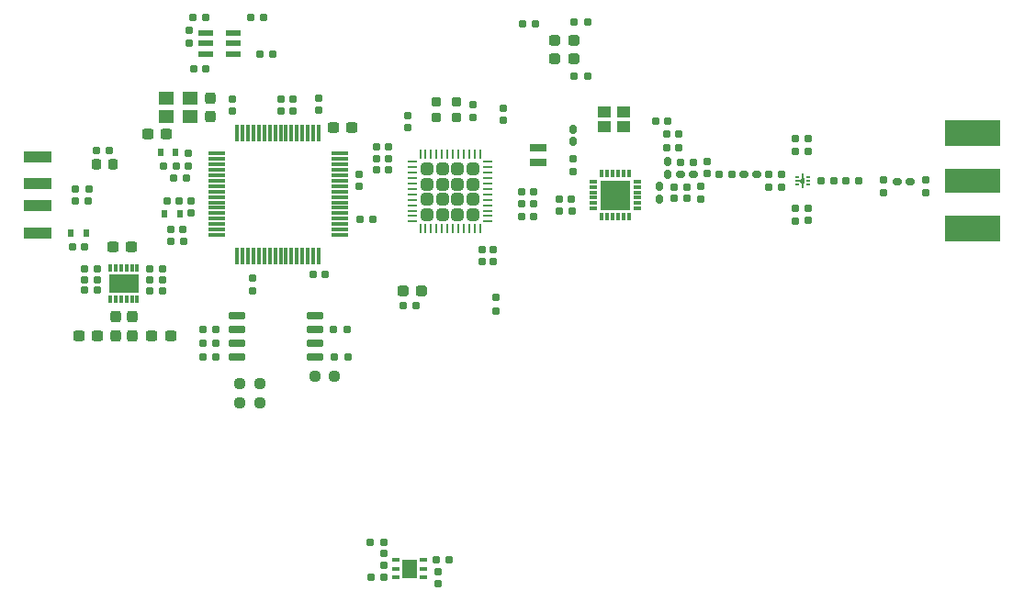
<source format=gtp>
G04 #@! TF.GenerationSoftware,KiCad,Pcbnew,6.0.7*
G04 #@! TF.CreationDate,2022-07-31T19:24:19+02:00*
G04 #@! TF.ProjectId,LoRaDongle_iCE40,4c6f5261-446f-46e6-976c-655f69434534,1.0*
G04 #@! TF.SameCoordinates,Original*
G04 #@! TF.FileFunction,Paste,Top*
G04 #@! TF.FilePolarity,Positive*
%FSLAX46Y46*%
G04 Gerber Fmt 4.6, Leading zero omitted, Abs format (unit mm)*
G04 Created by KiCad (PCBNEW 6.0.7) date 2022-07-31 19:24:19*
%MOMM*%
%LPD*%
G01*
G04 APERTURE LIST*
G04 Aperture macros list*
%AMRoundRect*
0 Rectangle with rounded corners*
0 $1 Rounding radius*
0 $2 $3 $4 $5 $6 $7 $8 $9 X,Y pos of 4 corners*
0 Add a 4 corners polygon primitive as box body*
4,1,4,$2,$3,$4,$5,$6,$7,$8,$9,$2,$3,0*
0 Add four circle primitives for the rounded corners*
1,1,$1+$1,$2,$3*
1,1,$1+$1,$4,$5*
1,1,$1+$1,$6,$7*
1,1,$1+$1,$8,$9*
0 Add four rect primitives between the rounded corners*
20,1,$1+$1,$2,$3,$4,$5,0*
20,1,$1+$1,$4,$5,$6,$7,0*
20,1,$1+$1,$6,$7,$8,$9,0*
20,1,$1+$1,$8,$9,$2,$3,0*%
G04 Aperture macros list end*
%ADD10RoundRect,0.160000X-0.197500X-0.160000X0.197500X-0.160000X0.197500X0.160000X-0.197500X0.160000X0*%
%ADD11RoundRect,0.218750X0.218750X0.256250X-0.218750X0.256250X-0.218750X-0.256250X0.218750X-0.256250X0*%
%ADD12RoundRect,0.155000X0.212500X0.155000X-0.212500X0.155000X-0.212500X-0.155000X0.212500X-0.155000X0*%
%ADD13RoundRect,0.155000X0.155000X-0.212500X0.155000X0.212500X-0.155000X0.212500X-0.155000X-0.212500X0*%
%ADD14RoundRect,0.160000X0.197500X0.160000X-0.197500X0.160000X-0.197500X-0.160000X0.197500X-0.160000X0*%
%ADD15R,0.600000X0.800000*%
%ADD16RoundRect,0.155000X-0.155000X0.212500X-0.155000X-0.212500X0.155000X-0.212500X0.155000X0.212500X0*%
%ADD17RoundRect,0.155000X-0.212500X-0.155000X0.212500X-0.155000X0.212500X0.155000X-0.212500X0.155000X0*%
%ADD18R,2.500000X1.100000*%
%ADD19RoundRect,0.237500X-0.237500X0.300000X-0.237500X-0.300000X0.237500X-0.300000X0.237500X0.300000X0*%
%ADD20RoundRect,0.237500X0.300000X0.237500X-0.300000X0.237500X-0.300000X-0.237500X0.300000X-0.237500X0*%
%ADD21R,1.400000X1.200000*%
%ADD22RoundRect,0.160000X0.160000X-0.222500X0.160000X0.222500X-0.160000X0.222500X-0.160000X-0.222500X0*%
%ADD23RoundRect,0.160000X-0.160000X0.222500X-0.160000X-0.222500X0.160000X-0.222500X0.160000X0.222500X0*%
%ADD24RoundRect,0.160000X-0.222500X-0.160000X0.222500X-0.160000X0.222500X0.160000X-0.222500X0.160000X0*%
%ADD25R,0.330000X0.150000*%
%ADD26R,0.300000X0.800000*%
%ADD27R,0.800000X0.300000*%
%ADD28R,2.700000X2.700000*%
%ADD29R,1.600000X0.650000*%
%ADD30RoundRect,0.160000X0.160000X-0.197500X0.160000X0.197500X-0.160000X0.197500X-0.160000X-0.197500X0*%
%ADD31RoundRect,0.237500X-0.237500X0.287500X-0.237500X-0.287500X0.237500X-0.287500X0.237500X0.287500X0*%
%ADD32RoundRect,0.237500X0.237500X-0.287500X0.237500X0.287500X-0.237500X0.287500X-0.237500X-0.287500X0*%
%ADD33RoundRect,0.237500X-0.300000X-0.237500X0.300000X-0.237500X0.300000X0.237500X-0.300000X0.237500X0*%
%ADD34R,1.400000X0.600000*%
%ADD35R,0.300000X0.650000*%
%ADD36R,2.750000X1.750000*%
%ADD37RoundRect,0.200000X-0.250000X0.200000X-0.250000X-0.200000X0.250000X-0.200000X0.250000X0.200000X0*%
%ADD38RoundRect,0.237500X-0.287500X-0.237500X0.287500X-0.237500X0.287500X0.237500X-0.287500X0.237500X0*%
%ADD39R,1.150000X1.000000*%
%ADD40RoundRect,0.237500X0.287500X0.237500X-0.287500X0.237500X-0.287500X-0.237500X0.287500X-0.237500X0*%
%ADD41R,0.750000X0.450000*%
%ADD42R,1.350000X1.740000*%
%ADD43RoundRect,0.075000X-0.700000X-0.075000X0.700000X-0.075000X0.700000X0.075000X-0.700000X0.075000X0*%
%ADD44RoundRect,0.075000X-0.075000X-0.700000X0.075000X-0.700000X0.075000X0.700000X-0.075000X0.700000X0*%
%ADD45RoundRect,0.237500X-0.250000X-0.237500X0.250000X-0.237500X0.250000X0.237500X-0.250000X0.237500X0*%
%ADD46RoundRect,0.160000X-0.160000X0.197500X-0.160000X-0.197500X0.160000X-0.197500X0.160000X0.197500X0*%
%ADD47RoundRect,0.150000X0.650000X0.150000X-0.650000X0.150000X-0.650000X-0.150000X0.650000X-0.150000X0*%
%ADD48RoundRect,0.250000X-0.315000X-0.315000X0.315000X-0.315000X0.315000X0.315000X-0.315000X0.315000X0*%
%ADD49RoundRect,0.062500X-0.375000X-0.062500X0.375000X-0.062500X0.375000X0.062500X-0.375000X0.062500X0*%
%ADD50RoundRect,0.062500X-0.062500X-0.375000X0.062500X-0.375000X0.062500X0.375000X-0.062500X0.375000X0*%
%ADD51R,5.080000X2.286000*%
%ADD52R,5.080000X2.413000*%
G04 APERTURE END LIST*
G36*
X176367000Y-96890000D02*
G01*
X176217000Y-96890000D01*
X176217000Y-96605000D01*
X176367000Y-96605000D01*
X176367000Y-96890000D01*
G37*
G36*
X176367000Y-95875000D02*
G01*
X176217000Y-95990000D01*
X176217000Y-95590000D01*
X176367000Y-95590000D01*
X176367000Y-95875000D01*
G37*
G36*
X176042000Y-96315000D02*
G01*
X175642000Y-96315000D01*
X175642000Y-96165000D01*
X176042000Y-96165000D01*
X176042000Y-96315000D01*
G37*
G36*
X176422000Y-96075000D02*
G01*
X176422000Y-96405000D01*
X176367000Y-96605000D01*
X176217000Y-96605000D01*
X176217000Y-96490000D01*
X176042000Y-96315000D01*
X176042000Y-96165000D01*
X176130000Y-96078000D01*
X176217000Y-95990000D01*
X176367000Y-95875000D01*
X176422000Y-96075000D01*
G37*
D10*
X150442500Y-81750000D03*
X151637500Y-81750000D03*
D11*
X112710000Y-94740000D03*
X111135000Y-94740000D03*
D12*
X132275000Y-104840000D03*
X131140000Y-104840000D03*
D13*
X131650000Y-89747500D03*
X131650000Y-88612500D03*
D14*
X119217500Y-101830000D03*
X118022500Y-101830000D03*
X112350000Y-93460000D03*
X111155000Y-93460000D03*
X110447500Y-98060000D03*
X109252500Y-98060000D03*
X110457500Y-97030000D03*
X109262500Y-97030000D03*
D15*
X117080000Y-93610000D03*
X118480000Y-93610000D03*
D13*
X119907500Y-99185000D03*
X119907500Y-98050000D03*
D14*
X122197500Y-109920000D03*
X121002500Y-109920000D03*
D10*
X121002500Y-111240000D03*
X122197500Y-111240000D03*
X133132500Y-112510000D03*
X134327500Y-112510000D03*
D14*
X134247500Y-109970000D03*
X133052500Y-109970000D03*
D10*
X139432500Y-107730000D03*
X140627500Y-107730000D03*
D16*
X135390000Y-95592500D03*
X135390000Y-96727500D03*
D17*
X121032500Y-112500000D03*
X122167500Y-112500000D03*
D12*
X129297500Y-89800000D03*
X128162500Y-89800000D03*
D15*
X108818000Y-101056000D03*
X110218000Y-101056000D03*
D17*
X108932500Y-102300000D03*
X110067500Y-102300000D03*
D14*
X119497500Y-95970000D03*
X118302500Y-95970000D03*
D18*
X105780000Y-101010000D03*
X105780000Y-98510000D03*
X105780000Y-96510000D03*
X105780000Y-94010000D03*
D19*
X121648000Y-88583500D03*
X121648000Y-90308500D03*
D20*
X117610500Y-91946000D03*
X115885500Y-91946000D03*
D21*
X119800000Y-88570000D03*
X117600000Y-88570000D03*
X117600000Y-90270000D03*
X119800000Y-90270000D03*
D22*
X155140000Y-92622500D03*
X155140000Y-91477500D03*
D23*
X163810000Y-94482500D03*
X163810000Y-95627500D03*
D17*
X153862500Y-99060000D03*
X154997500Y-99060000D03*
D24*
X185037500Y-96340000D03*
X186182500Y-96340000D03*
D17*
X163742500Y-91940000D03*
X164877500Y-91940000D03*
D12*
X169747500Y-95640000D03*
X168612500Y-95640000D03*
D24*
X170893500Y-95640000D03*
X172038500Y-95640000D03*
D25*
X175807000Y-95890000D03*
X175807000Y-96590000D03*
X176777000Y-96590000D03*
X176777000Y-96240000D03*
X176777000Y-95890000D03*
D26*
X160260000Y-95540000D03*
X159760000Y-95540000D03*
X159260000Y-95540000D03*
X158760000Y-95540000D03*
X158260000Y-95540000D03*
X157760000Y-95540000D03*
D27*
X157010000Y-96290000D03*
X157010000Y-96790000D03*
X157010000Y-97290000D03*
X157010000Y-97790000D03*
X157010000Y-98290000D03*
X157010000Y-98790000D03*
D26*
X157760000Y-99540000D03*
X158260000Y-99540000D03*
X158760000Y-99540000D03*
X159260000Y-99540000D03*
X159760000Y-99540000D03*
X160260000Y-99540000D03*
D27*
X161010000Y-98790000D03*
X161010000Y-98290000D03*
X161010000Y-97790000D03*
X161010000Y-97290000D03*
X161010000Y-96790000D03*
X161010000Y-96290000D03*
D28*
X159010000Y-97540000D03*
D29*
X151900000Y-93167500D03*
X151900000Y-94517500D03*
D17*
X164442500Y-97840000D03*
X165577500Y-97840000D03*
D23*
X163110000Y-96767500D03*
X163110000Y-97912500D03*
D13*
X155140000Y-95367500D03*
X155140000Y-94232500D03*
D16*
X176780000Y-92372500D03*
X176780000Y-93507500D03*
D13*
X187610000Y-97307500D03*
X187610000Y-96172500D03*
D12*
X166191500Y-94540000D03*
X165056500Y-94540000D03*
D16*
X176780000Y-98762500D03*
X176780000Y-99897500D03*
D17*
X178010500Y-96240000D03*
X179145500Y-96240000D03*
X164442500Y-96840000D03*
X165577500Y-96840000D03*
D24*
X165051500Y-95640000D03*
X166196500Y-95640000D03*
D17*
X173184500Y-96840000D03*
X174319500Y-96840000D03*
X162722500Y-90740000D03*
X163857500Y-90740000D03*
X153842500Y-97910000D03*
X154977500Y-97910000D03*
D16*
X166910000Y-96772500D03*
X166910000Y-97907500D03*
D17*
X163742500Y-93140000D03*
X164877500Y-93140000D03*
D13*
X167500000Y-95587500D03*
X167500000Y-94452500D03*
D12*
X181431500Y-96236000D03*
X180296500Y-96236000D03*
D17*
X173184500Y-95640000D03*
X174319500Y-95640000D03*
D13*
X183710000Y-97307500D03*
X183710000Y-96172500D03*
D30*
X175618000Y-99937500D03*
X175618000Y-98742500D03*
X175618000Y-93537500D03*
X175618000Y-92342500D03*
D10*
X116079500Y-104322000D03*
X117274500Y-104322000D03*
D14*
X117264500Y-106362000D03*
X116069500Y-106362000D03*
D31*
X114450000Y-108748000D03*
X114450000Y-110498000D03*
D32*
X112930000Y-110508000D03*
X112930000Y-108758000D03*
D33*
X112682000Y-102307000D03*
X114407000Y-102307000D03*
D17*
X116119500Y-105332000D03*
X117254500Y-105332000D03*
D20*
X117992500Y-110543000D03*
X116267500Y-110543000D03*
D12*
X129297500Y-88700000D03*
X128162500Y-88700000D03*
X118527500Y-94840000D03*
X117392500Y-94840000D03*
D13*
X125530000Y-106357500D03*
X125530000Y-105222500D03*
D17*
X120122500Y-85910000D03*
X121257500Y-85910000D03*
D14*
X127457500Y-84550000D03*
X126262500Y-84550000D03*
D34*
X123760000Y-84500000D03*
X123760000Y-83550000D03*
X123760000Y-82600000D03*
X121260000Y-82600000D03*
X121260000Y-83550000D03*
X121260000Y-84500000D03*
D10*
X125382500Y-81180000D03*
X126577500Y-81180000D03*
D16*
X119600000Y-93702500D03*
X119600000Y-94837500D03*
D12*
X118795000Y-98047500D03*
X117660000Y-98047500D03*
D15*
X117437500Y-99307500D03*
X118837500Y-99307500D03*
D35*
X114932000Y-104307000D03*
X114432000Y-104307000D03*
X113932000Y-104307000D03*
X113432000Y-104307000D03*
X112932000Y-104307000D03*
X112432000Y-104307000D03*
X112432000Y-107107000D03*
X112932000Y-107107000D03*
X113432000Y-107107000D03*
X113932000Y-107107000D03*
X114432000Y-107107000D03*
X114932000Y-107107000D03*
D36*
X113682000Y-105707000D03*
D16*
X148705250Y-89515000D03*
X148705250Y-90650000D03*
X139878000Y-90222500D03*
X139878000Y-91357500D03*
D13*
X146698000Y-103687500D03*
X146698000Y-102552500D03*
D12*
X151497500Y-99498000D03*
X150362500Y-99498000D03*
D16*
X145885000Y-89237500D03*
X145885000Y-90372500D03*
D37*
X144380000Y-88960000D03*
X142530000Y-88960000D03*
X142530000Y-90410000D03*
X144380000Y-90410000D03*
D12*
X138097500Y-94160000D03*
X136962500Y-94160000D03*
X151497500Y-98310000D03*
X150362500Y-98310000D03*
X138122500Y-93072000D03*
X136987500Y-93072000D03*
D13*
X147710000Y-103687500D03*
X147710000Y-102552500D03*
D38*
X153420000Y-84950000D03*
X155170000Y-84950000D03*
X153420000Y-83250000D03*
X155170000Y-83250000D03*
D14*
X156432500Y-86600000D03*
X155237500Y-86600000D03*
X156432500Y-81600000D03*
X155237500Y-81600000D03*
D39*
X159765000Y-89850000D03*
X158015000Y-89850000D03*
X158015000Y-91250000D03*
X159765000Y-91250000D03*
D33*
X109527500Y-110533000D03*
X111252500Y-110533000D03*
D12*
X111219500Y-105332000D03*
X110084500Y-105332000D03*
D14*
X111249500Y-104332000D03*
X110054500Y-104332000D03*
D10*
X110086500Y-106332000D03*
X111281500Y-106332000D03*
D40*
X141180000Y-106395000D03*
X139430000Y-106395000D03*
D41*
X138812500Y-131200000D03*
X138812500Y-132000000D03*
X138812500Y-132800000D03*
X141312500Y-132800000D03*
X141312500Y-132000000D03*
X141312500Y-131200000D03*
D42*
X140062500Y-132000000D03*
D43*
X122225000Y-93720000D03*
X122225000Y-94220000D03*
X122225000Y-94720000D03*
X122225000Y-95220000D03*
X122225000Y-95720000D03*
X122225000Y-96220000D03*
X122225000Y-96720000D03*
X122225000Y-97220000D03*
X122225000Y-97720000D03*
X122225000Y-98220000D03*
X122225000Y-98720000D03*
X122225000Y-99220000D03*
X122225000Y-99720000D03*
X122225000Y-100220000D03*
X122225000Y-100720000D03*
X122225000Y-101220000D03*
D44*
X124150000Y-103145000D03*
X124650000Y-103145000D03*
X125150000Y-103145000D03*
X125650000Y-103145000D03*
X126150000Y-103145000D03*
X126650000Y-103145000D03*
X127150000Y-103145000D03*
X127650000Y-103145000D03*
X128150000Y-103145000D03*
X128650000Y-103145000D03*
X129150000Y-103145000D03*
X129650000Y-103145000D03*
X130150000Y-103145000D03*
X130650000Y-103145000D03*
X131150000Y-103145000D03*
X131650000Y-103145000D03*
D43*
X133575000Y-101220000D03*
X133575000Y-100720000D03*
X133575000Y-100220000D03*
X133575000Y-99720000D03*
X133575000Y-99220000D03*
X133575000Y-98720000D03*
X133575000Y-98220000D03*
X133575000Y-97720000D03*
X133575000Y-97220000D03*
X133575000Y-96720000D03*
X133575000Y-96220000D03*
X133575000Y-95720000D03*
X133575000Y-95220000D03*
X133575000Y-94720000D03*
X133575000Y-94220000D03*
X133575000Y-93720000D03*
D44*
X131650000Y-91795000D03*
X131150000Y-91795000D03*
X130650000Y-91795000D03*
X130150000Y-91795000D03*
X129650000Y-91795000D03*
X129150000Y-91795000D03*
X128650000Y-91795000D03*
X128150000Y-91795000D03*
X127650000Y-91795000D03*
X127150000Y-91795000D03*
X126650000Y-91795000D03*
X126150000Y-91795000D03*
X125650000Y-91795000D03*
X125150000Y-91795000D03*
X124650000Y-91795000D03*
X124150000Y-91795000D03*
D16*
X123670000Y-88672500D03*
X123670000Y-89807500D03*
D12*
X138107500Y-95210000D03*
X136972500Y-95210000D03*
D10*
X120072500Y-81180000D03*
X121267500Y-81180000D03*
D45*
X124415000Y-114940000D03*
X126240000Y-114940000D03*
X124407500Y-116690000D03*
X126232500Y-116690000D03*
D33*
X133017500Y-91290000D03*
X134742500Y-91290000D03*
D13*
X142640000Y-133397500D03*
X142640000Y-132262500D03*
D46*
X148000000Y-107015000D03*
X148000000Y-108210000D03*
D47*
X131300000Y-112505000D03*
X131300000Y-111235000D03*
X131300000Y-109965000D03*
X131300000Y-108695000D03*
X124100000Y-108695000D03*
X124100000Y-109965000D03*
X124100000Y-111235000D03*
X124100000Y-112505000D03*
D48*
X145870000Y-95130000D03*
X145870000Y-97930000D03*
X144470000Y-96530000D03*
X141670000Y-97930000D03*
X145870000Y-96530000D03*
X144470000Y-99330000D03*
X143070000Y-99330000D03*
X141670000Y-99330000D03*
X144470000Y-95130000D03*
X141670000Y-96530000D03*
X143070000Y-95130000D03*
X145870000Y-99330000D03*
X144470000Y-97930000D03*
X143070000Y-96530000D03*
X141670000Y-95130000D03*
X143070000Y-97930000D03*
D49*
X140332500Y-94480000D03*
X140332500Y-94980000D03*
X140332500Y-95480000D03*
X140332500Y-95980000D03*
X140332500Y-96480000D03*
X140332500Y-96980000D03*
X140332500Y-97480000D03*
X140332500Y-97980000D03*
X140332500Y-98480000D03*
X140332500Y-98980000D03*
X140332500Y-99480000D03*
X140332500Y-99980000D03*
D50*
X141020000Y-100667500D03*
X141520000Y-100667500D03*
X142020000Y-100667500D03*
X142520000Y-100667500D03*
X143020000Y-100667500D03*
X143520000Y-100667500D03*
X144020000Y-100667500D03*
X144520000Y-100667500D03*
X145020000Y-100667500D03*
X145520000Y-100667500D03*
X146020000Y-100667500D03*
X146520000Y-100667500D03*
D49*
X147207500Y-99980000D03*
X147207500Y-99480000D03*
X147207500Y-98980000D03*
X147207500Y-98480000D03*
X147207500Y-97980000D03*
X147207500Y-97480000D03*
X147207500Y-96980000D03*
X147207500Y-96480000D03*
X147207500Y-95980000D03*
X147207500Y-95480000D03*
X147207500Y-94980000D03*
X147207500Y-94480000D03*
D50*
X146520000Y-93792500D03*
X146020000Y-93792500D03*
X145520000Y-93792500D03*
X145020000Y-93792500D03*
X144520000Y-93792500D03*
X144020000Y-93792500D03*
X143520000Y-93792500D03*
X143020000Y-93792500D03*
X142520000Y-93792500D03*
X142020000Y-93792500D03*
X141520000Y-93792500D03*
X141020000Y-93792500D03*
D46*
X119720000Y-82362500D03*
X119720000Y-83557500D03*
D14*
X137640000Y-132830000D03*
X136445000Y-132830000D03*
D16*
X137652500Y-130592500D03*
X137652500Y-131727500D03*
D45*
X131307500Y-114270000D03*
X133132500Y-114270000D03*
D12*
X136637500Y-99800000D03*
X135502500Y-99800000D03*
D17*
X118022500Y-100690000D03*
X119157500Y-100690000D03*
D12*
X151497500Y-97260000D03*
X150362500Y-97260000D03*
D51*
X191940000Y-96230000D03*
D52*
X191940000Y-91848500D03*
X191940000Y-100611500D03*
D14*
X137630000Y-129550000D03*
X136435000Y-129550000D03*
D10*
X142487500Y-131180000D03*
X143682500Y-131180000D03*
M02*

</source>
